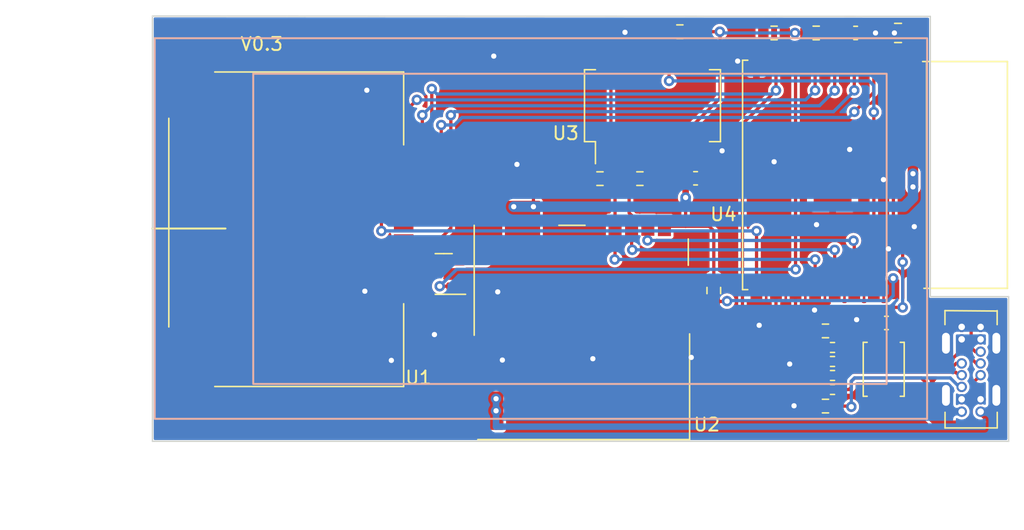
<source format=kicad_pcb>
(kicad_pcb (version 20211014) (generator pcbnew)
  (layers (0 "F.Cu" signal) (31 "B.Cu" signal) (34 "B.Paste" user) (35 "F.Paste" user) (36 "B.SilkS" user "B.Silkscreen") (37 "F.SilkS" user "F.Silkscreen") (38 "B.Mask" user) (39 "F.Mask" user) (44 "Edge.Cuts" user))
  (net 0 "")
  (net 1 "GND")
  (net 2 "/CHIP_PU")
  (net 3 "+3V3")
  (net 4 "VBUS")
  (net 5 "Net-(J1-PadA5)")
  (net 6 "Net-(J1-PadA6)")
  (net 7 "Net-(J1-PadA7)")
  (net 8 "Net-(J1-PadB5)")
  (net 9 "Net-(J1-PadB6)")
  (net 10 "Net-(J1-PadB7)")
  (net 11 "/TXD")
  (net 12 "/EPD_DC")
  (net 13 "/RXD")
  (net 14 "/EPD_BUSY")
  (net 15 "/IO2")
  (net 16 "/IO0")
  (net 18 "/EPD_RST")
  (net 19 "/FSPICS0")
  (net 20 "/FSPICLK")
  (net 21 "/FSPID")
  (net 22 "/CHRG")
  (net 23 "/ALRT")
  (net 24 "/EPD_PC")
  (net 27 "/I2C_SCL")
  (net 34 "/I2C_SDA")
  (net 36 "Net-(Q1-Pad3)")
  (footprint "Capacitor_SMD:C_0603_1608Metric" (layer "F.Cu") (at 189.1284 91.8718)
    (fp_text reference "C3" hide)
    (fp_text value "0.1uF")
    (fp_line (start -0.14058 0.51) (end 0.14058 0.51) (layer "F.SilkS") (width 0.12))
    (fp_line (start -0.14058 -0.51) (end 0.14058 -0.51) (layer "F.SilkS") (width 0.12))
    (pad "1" smd roundrect (at -0.775 0) (size 0.9 0.95) (layers "F.Cu" "F.Paste" "F.Mask") (net 3 "+3V3"))
    (pad "2" smd roundrect (at 0.775 0) (size 0.9 0.95) (layers "F.Cu" "F.Paste" "F.Mask") (net 1 "GND"))
  )
  (footprint "Resistor_SMD:R_0603_1608Metric" (layer "F.Cu") (at 190.5254 100.4824 -90)
    (fp_text reference "R4" hide)
    (fp_text value "10K")
    (fp_line (start -0.237258 -0.5225) (end 0.237258 -0.5225) (layer "F.SilkS") (width 0.12))
    (fp_line (start -0.237258 0.5225) (end 0.237258 0.5225) (layer "F.SilkS") (width 0.12))
    (pad "1" smd roundrect (at -0.825 0 270) (size 0.8 0.95) (layers "F.Cu" "F.Paste" "F.Mask") (net 3 "+3V3"))
    (pad "2" smd roundrect (at 0.825 0 270) (size 0.8 0.95) (layers "F.Cu" "F.Paste" "F.Mask") (net 22 "/CHRG"))
  )
  (footprint "Joke:TYPE-C-VERT" (layer "F.Cu") (at 210.25 106.525 90)
    (fp_text reference "J1" hide)
    (fp_text value "USB_C_Receptacle_USB2.0")
    (fp_line (start -4.5 -2) (end -3.302 -2) (layer "F.SilkS") (width 0.12))
    (fp_line (start 3.429 -2.0066) (end 4.5 -2.0066) (layer "F.SilkS") (width 0.12))
    (fp_line (start 3.429 1.9934) (end 4.5 1.9934) (layer "F.SilkS") (width 0.12))
    (fp_line (start -4.5 -2) (end -4.5 2) (layer "F.SilkS") (width 0.12))
    (fp_line (start 4.4704 1.9934) (end 4.5 -2.0066) (layer "F.SilkS") (width 0.12))
    (fp_line (start -4.5 2) (end -3.302 2) (layer "F.SilkS") (width 0.12))
    (pad "A1" thru_hole circle (at -3.25 -0.725 90) (size 0.8 0.8) (drill 0.5) (layers *.Cu *.Mask) (net 1 "GND"))
    (pad "A4" thru_hole circle (at -2.3 -0.725 90) (size 0.8 0.8) (drill 0.5) (layers *.Cu *.Mask) (net 4 "VBUS"))
    (pad "A5" thru_hole circle (at -1.35 -0.725 90) (size 0.8 0.8) (drill 0.5) (layers *.Cu *.Mask) (net 5 "Net-(J1-PadA5)"))
    (pad "A6" thru_hole circle (at -0.45 -0.725 90) (size 0.8 0.8) (drill 0.5) (layers *.Cu *.Mask) (net 6 "Net-(J1-PadA6)"))
    (pad "A7" thru_hole circle (at 0.45 -0.725 90) (size 0.8 0.8) (drill 0.5) (layers *.Cu *.Mask) (net 7 "Net-(J1-PadA7)"))
    (pad "A9" thru_hole circle (at 2.3 -0.725 90) (size 0.8 0.8) (drill 0.5) (layers *.Cu *.Mask) (net 4 "VBUS"))
    (pad "A12" thru_hole circle (at 3.25 -0.725 90) (size 0.8 0.8) (drill 0.5) (layers *.Cu *.Mask) (net 1 "GND"))
    (pad "B1" thru_hole circle (at 3.25 0.725 90) (size 0.8 0.8) (drill 0.5) (layers *.Cu *.Mask) (net 1 "GND"))
    (pad "B4" thru_hole circle (at 2.3 0.725 90) (size 0.8 0.8) (drill 0.5) (layers *.Cu *.Mask) (net 4 "VBUS"))
    (pad "B5" thru_hole circle (at 1.35 0.725 90) (size 0.8 0.8) (drill 0.5) (layers *.Cu *.Mask) (net 8 "Net-(J1-PadB5)"))
    (pad "B6" thru_hole circle (at 0.45 0.725 90) (size 0.8 0.8) (drill 0.5) (layers *.Cu *.Mask) (net 9 "Net-(J1-PadB6)"))
    (pad "B7" thru_hole circle (at -0.45 0.725 90) (size 0.8 0.8) (drill 0.5) (layers *.Cu *.Mask) (net 10 "Net-(J1-PadB7)"))
    (pad "B9" thru_hole circle (at -2.3 0.725 90) (size 0.8 0.8) (drill 0.5) (layers *.Cu *.Mask) (net 4 "VBUS"))
    (pad "B12" thru_hole circle (at -3.25 0.725 90) (size 0.8 0.8) (drill 0.5) (layers *.Cu *.Mask) (net 1 "GND"))
    (pad "S1" thru_hole oval (at -2 -1.93 90) (size 2 1) (drill oval 1.6 0.6) (layers *.Cu *.Mask) (net 1 "GND"))
    (pad "S1" thru_hole oval (at -2 1.93 90) (size 2 1) (drill oval 1.6 0.6) (layers *.Cu *.Mask) (net 1 "GND"))
    (pad "S1" thru_hole oval (at 2 1.93 90) (size 2 1) (drill oval 1.6 0.6) (layers *.Cu *.Mask) (net 1 "GND"))
    (pad "S1" thru_hole oval (at 2 -1.93 90) (size 2 1) (drill oval 1.6 0.6) (layers *.Cu *.Mask) (net 1 "GND"))
  )
  (footprint "Resistor_SMD:R_0402_1005Metric" (layer "F.Cu") (at 199.625 105.925 180)
    (fp_text reference "JP1" hide)
    (fp_text value "Jumper_2_Open")
    (fp_line (start -0.153641 0.38) (end 0.153641 0.38) (layer "F.SilkS") (width 0.12))
    (fp_line (start -0.153641 -0.38) (end 0.153641 -0.38) (layer "F.SilkS") (width 0.12))
    (pad "1" smd roundrect (at -0.51 0 180) (size 0.54 0.64) (layers "F.Cu" "F.Paste" "F.Mask") (net 7 "Net-(J1-PadA7)"))
    (pad "2" smd roundrect (at 0.51 0 180) (size 0.54 0.64) (layers "F.Cu" "F.Paste" "F.Mask") (net 11 "/TXD"))
  )
  (footprint "Capacitor_SMD:C_0603_1608Metric" (layer "F.Cu") (at 201.3966 80.7212 180)
    (fp_text reference "C2" hide)
    (fp_text value "1uF")
    (fp_line (start -0.14058 0.51) (end 0.14058 0.51) (layer "F.SilkS") (width 0.12))
    (fp_line (start -0.14058 -0.51) (end 0.14058 -0.51) (layer "F.SilkS") (width 0.12))
    (pad "1" smd roundrect (at -0.775 0 180) (size 0.9 0.95) (layers "F.Cu" "F.Paste" "F.Mask") (net 1 "GND"))
    (pad "2" smd roundrect (at 0.775 0 180) (size 0.9 0.95) (layers "F.Cu" "F.Paste" "F.Mask") (net 2 "/CHIP_PU"))
  )
  (footprint "Package_SO:SO-14_5.3x10.2mm_P1.27mm" (layer "F.Cu") (at 185.825 86.3 90)
    (fp_text reference "U3" (at -2.1174 -6.6534 180) (layer "F.SilkS"))
    (fp_text value "RX-8025T")
    (fp_line (start 2.76 5.21) (end 2.76 4.37) (layer "F.SilkS") (width 0.12))
    (fp_line (start 2.76 -5.21) (end 2.76 -4.37) (layer "F.SilkS") (width 0.12))
    (fp_line (start 0 5.21) (end -2.76 5.21) (layer "F.SilkS") (width 0.12))
    (fp_line (start 0 5.21) (end 2.76 5.21) (layer "F.SilkS") (width 0.12))
    (fp_line (start 0 -5.21) (end -2.76 -5.21) (layer "F.SilkS") (width 0.12))
    (fp_line (start -2.76 -4.37) (end -4.45 -4.37) (layer "F.SilkS") (width 0.12))
    (fp_line (start -2.76 -5.21) (end -2.76 -4.37) (layer "F.SilkS") (width 0.12))
    (fp_line (start -2.76 5.21) (end -2.76 4.37) (layer "F.SilkS") (width 0.12))
    (fp_line (start 0 -5.21) (end 2.76 -5.21) (layer "F.SilkS") (width 0.12))
    (pad "1" smd roundrect (at -3.4625 -3.81 90) (size 1.975 0.6) (layers "F.Cu" "F.Paste" "F.Mask"))
    (pad "2" smd roundrect (at -3.4625 -2.54 90) (size 1.975 0.6) (layers "F.Cu" "F.Paste" "F.Mask") (net 27 "/I2C_SCL"))
    (pad "3" smd roundrect (at -3.4625 -1.27 90) (size 1.975 0.6) (layers "F.Cu" "F.Paste" "F.Mask"))
    (pad "4" smd roundrect (at -3.4625 0 90) (size 1.975 0.6) (layers "F.Cu" "F.Paste" "F.Mask"))
    (pad "5" smd roundrect (at -3.4625 1.27 90) (size 1.975 0.6) (layers "F.Cu" "F.Paste" "F.Mask"))
    (pad "6" smd roundrect (at -3.4625 2.54 90) (size 1.975 0.6) (layers "F.Cu" "F.Paste" "F.Mask") (net 3 "+3V3"))
    (pad "7" smd roundrect (at -3.4625 3.81 90) (size 1.975 0.6) (layers "F.Cu" "F.Paste" "F.Mask") (net 1 "GND"))
    (pad "8" smd roundrect (at 3.4625 3.81 90) (size 1.975 0.6) (layers "F.Cu" "F.Paste" "F.Mask"))
    (pad "9" smd roundrect (at 3.4625 2.54 90) (size 1.975 0.6) (layers "F.Cu" "F.Paste" "F.Mask"))
    (pad "10" smd roundrect (at 3.4625 1.27 90) (size 1.975 0.6) (layers "F.Cu" "F.Paste" "F.Mask") (net 15 "/IO2"))
    (pad "11" smd roundrect (at 3.4625 0 90) (size 1.975 0.6) (layers "F.Cu" "F.Paste" "F.Mask") (net 1 "GND"))
    (pad "12" smd roundrect (at 3.4625 -1.27 90) (size 1.975 0.6) (layers "F.Cu" "F.Paste" "F.Mask"))
    (pad "13" smd roundrect (at 3.4625 -2.54 90) (size 1.975 0.6) (layers "F.Cu" "F.Paste" "F.Mask") (net 34 "/I2C_SDA"))
    (pad "14" smd roundrect (at 3.4625 -3.81 90) (size 1.975 0.6) (layers "F.Cu" "F.Paste" "F.Mask"))
  )
  (footprint "Resistor_SMD:R_0402_1005Metric" (layer "F.Cu") (at 199.625 108.075 180)
    (fp_text reference "JP2" hide)
    (fp_text value "Jumper_2_Open")
    (fp_line (start -0.153641 0.38) (end 0.153641 0.38) (layer "F.SilkS") (width 0.12))
    (fp_line (start -0.153641 -0.38) (end 0.153641 -0.38) (layer "F.SilkS") (width 0.12))
    (pad "1" smd roundrect (at -0.51 0 180) (size 0.54 0.64) (layers "F.Cu" "F.Paste" "F.Mask") (net 10 "Net-(J1-PadB7)"))
    (pad "2" smd roundrect (at 0.51 0 180) (size 0.54 0.64) (layers "F.Cu" "F.Paste" "F.Mask") (net 12 "/EPD_DC"))
  )
  (footprint "JAC:4056M" (layer "F.Cu") (at 174.9552 102.1334)
    (fp_text reference "U2" (at 15.0368 8.636 unlocked) (layer "F.SilkS"))
    (fp_text value "4056M")
    (fp_line (start 13.6144 -3.58775) (end 13.6144 -5.60705) (layer "F.SilkS") (width 0.12))
    (fp_line (start -2.794 1.778) (end -2.794 -6.6548) (layer "F.SilkS") (width 0.12))
    (fp_line (start 13.716 9.779) (end -2.5146 9.779) (layer "F.SilkS") (width 0.12))
    (fp_line (start 3.6957 -6.6548) (end 5.7023 -6.6548) (layer "F.SilkS") (width 0.12))
    (fp_line (start 13.716 1.6764) (end 13.716 9.779) (layer "F.SilkS") (width 0.12))
    (pad "1" smd rect (at -2.6416 7.5692) (size 1.6 2.3) (layers "F.Cu" "F.Paste" "F.Mask") (net 4 "VBUS"))
    (pad "2" smd rect (at -2.6416 3.7084) (size 1.6 2.3) (layers "F.Cu" "F.Paste" "F.Mask") (net 1 "GND"))
    (pad "3" smd rect (at 0.9144 -6.6802 90) (size 1.6 2.3) (layers "F.Cu" "F.Paste" "F.Mask") (net 3 "+3V3"))
    (pad "4" smd rect (at 8.001 -6.604) (size 1 1.5) (layers "F.Cu" "F.Paste" "F.Mask") (net 34 "/I2C_SDA"))
    (pad "5" smd rect (at 9.271 -6.604) (size 1 1.5) (layers "F.Cu" "F.Paste" "F.Mask") (net 27 "/I2C_SCL"))
    (pad "6" smd rect (at 10.5156 -6.604) (size 1 1.5) (layers "F.Cu" "F.Paste" "F.Mask") (net 23 "/ALRT"))
    (pad "7" smd rect (at 11.7856 -6.5786) (size 1 1.5) (layers "F.Cu" "F.Paste" "F.Mask") (net 3 "+3V3"))
    (pad "8" smd rect (at 13.6906 -2.0828 90) (size 1 1.5) (layers "F.Cu" "F.Paste" "F.Mask"))
    (pad "9" smd rect (at 13.6906 -0.8128 90) (size 1 1.5) (layers "F.Cu" "F.Paste" "F.Mask") (net 22 "/CHRG"))
  )
  (footprint "Resistor_SMD:R_0603_1608Metric" (layer "F.Cu") (at 184.8612 91.8972 180)
    (fp_text reference "R7" hide)
    (fp_text value "4.7K")
    (fp_line (start -0.237258 -0.5225) (end 0.237258 -0.5225) (layer "F.SilkS") (width 0.12))
    (fp_line (start -0.237258 0.5225) (end 0.237258 0.5225) (layer "F.SilkS") (width 0.12))
    (pad "1" smd roundrect (at -0.825 0 180) (size 0.8 0.95) (layers "F.Cu" "F.Paste" "F.Mask") (net 3 "+3V3"))
    (pad "2" smd roundrect (at 0.825 0 180) (size 0.8 0.95) (layers "F.Cu" "F.Paste" "F.Mask") (net 27 "/I2C_SCL"))
  )
  (footprint "Button_Switch_SMD:SW_Push_SPST_NO_Alps_SKRK" (layer "F.Cu") (at 203.55 106.525 90)
    (fp_text reference "SW1" hide)
    (fp_text value "BT0")
    (fp_line (start -2.07 -1.57) (end 2.07 -1.57) (layer "F.SilkS") (width 0.12))
    (fp_line (start -2.07 -1.27) (end -2.07 -1.57) (layer "F.SilkS") (width 0.12))
    (fp_line (start 2.07 1.57) (end -2.07 1.57) (layer "F.SilkS") (width 0.12))
    (fp_line (start -2.07 1.57) (end -2.07 1.27) (layer "F.SilkS") (width 0.12))
    (fp_line (start 2.07 1.27) (end 2.07 1.57) (layer "F.SilkS") (width 0.12))
    (fp_line (start 2.07 -1.57) (end 2.07 -1.27) (layer "F.SilkS") (width 0.12))
    (pad "1" smd roundrect (at -2.1 0 90) (size 0.8 2) (layers "F.Cu" "F.Paste" "F.Mask") (net 1 "GND"))
    (pad "2" smd roundrect (at 2.1 0 90) (size 0.8 2) (layers "F.Cu" "F.Paste" "F.Mask") (net 16 "/IO0"))
  )
  (footprint "JAC:ESP32-C3-WROOM-02" (layer "F.Cu") (at 204 91.65 -90)
    (fp_text reference "U4" (at 2.9904 12.738 unlocked) (layer "F.SilkS"))
    (fp_text value "ESP32-C3-WROOM-02")
    (fp_line (start -8.7364 -2.5312) (end -8.7364 -9.0312) (layer "F.SilkS") (width 0.12))
    (fp_line (start 8.6636 -9.0312) (end 8.6636 -2.6312) (layer "F.SilkS") (width 0.12))
    (fp_line (start 8.7636 11.2688) (end 8.7636 10.8688) (layer "F.SilkS") (width 0.12))
    (fp_line (start -8.8364 11.2688) (end -8.8364 10.8688) (layer "F.SilkS") (width 0.12))
    (fp_line (start -8.6364 -2.8312) (end 8.6636 -2.8312) (layer "F.SilkS") (width 0.12))
    (fp_line (start -8.7364 -9.0312) (end 8.6636 -9.0312) (layer "F.SilkS") (width 0.12))
    (fp_line (start -8.8364 11.2688) (end 8.7636 11.2688) (layer "F.SilkS") (width 0.12))
    (pad "1" smd rect (at -8.7564 -1.7912 270) (size 1.5 0.9) (layers "F.Cu" "F.Paste" "F.Mask") (net 3 "+3V3"))
    (pad "2" smd rect (at -8.7564 -0.2912 270) (size 1.5 0.9) (layers "F.Cu" "F.Paste" "F.Mask") (net 2 "/CHIP_PU"))
    (pad "3" smd rect (at -8.7564 1.2088 270) (size 1.5 0.9) (layers "F.Cu" "F.Paste" "F.Mask") (net 18 "/EPD_RST"))
    (pad "4" smd rect (at -8.7564 2.7088 270) (size 1.5 0.9) (layers "F.Cu" "F.Paste" "F.Mask") (net 14 "/EPD_BUSY"))
    (pad "5" smd rect (at -8.7564 4.2088 270) (size 1.5 0.9) (layers "F.Cu" "F.Paste" "F.Mask") (net 20 "/FSPICLK"))
    (pad "6" smd rect (at -8.7564 5.7088 270) (size 1.5 0.9) (layers "F.Cu" "F.Paste" "F.Mask") (net 21 "/FSPID"))
    (pad "7" smd rect (at -8.7564 7.2088 270) (size 1.5 0.9) (layers "F.Cu" "F.Paste" "F.Mask") (net 24 "/EPD_PC"))
    (pad "8" smd rect (at -8.7564 8.7088 270) (size 1.5 0.9) (layers "F.Cu" "F.Paste" "F.Mask") (net 12 "/EPD_DC"))
    (pad "9" smd rect (at -8.7564 10.2088 270) (size 1.5 0.9) (layers "F.Cu" "F.Paste" "F.Mask") (net 1 "GND"))
    (pad "10" smd rect (at 8.7436 10.2088 270) (size 1.5 0.9) (layers "F.Cu" "F.Paste" "F.Mask") (net 19 "/FSPICS0"))
    (pad "11" smd rect (at 8.7436 8.7088 270) (size 1.5 0.9) (layers "F.Cu" "F.Paste" "F.Mask") (net 13 "/RXD"))
    (pad "12" smd rect (at 8.7436 7.2088 270) (size 1.5 0.9) (layers "F.Cu" "F.Paste" "F.Mask") (net 11 "/TXD"))
    (pad "13" smd rect (at 8.7436 5.7088 270) (size 1.5 0.9) (layers "F.Cu" "F.Paste" "F.Mask") (net 34 "/I2C_SDA"))
    (pad "14" smd rect (at 8.7436 4.2088 270) (size 1.5 0.9) (layers "F.Cu" "F.Paste" "F.Mask") (net 27 "/I2C_SCL"))
    (pad "15" smd rect (at 8.7436 2.7088 270) (size 1.5 0.9) (layers "F.Cu" "F.Paste" "F.Mask") (net 23 "/ALRT"))
    (pad "16" smd rect (at 8.7436 1.2088 270) (size 1.5 0.9) (layers "F.Cu" "F.Paste" "F.Mask") (net 15 "/IO2"))
    (pad "17" smd rect (at 8.7436 -0.2912 270) (size 1.5 0.9) (layers "F.Cu" "F.Paste" "F.Mask") (net 22 "/CHRG"))
    (pad "18" smd rect (at 8.7436 -1.7912 270) (size 1.5 0.9) (layers "F.Cu" "F.Paste" "F.Mask") (net 16 "/IO0"))
    (pad "19" smd custom (at 0.8636 4.3688 270) (size 2.9 2.9) (layers "F.Cu" "F.Paste" "F.Mask") (net 1 "GND") (options (clearance outline) (anchor rect)) (primitives))
  )
  (footprint "Capacitor_SMD:C_0805_2012Metric" (layer "F.Cu") (at 204.6478 80.7212 180)
    (fp_text reference "C4" hide)
    (fp_text value "10uF")
    (fp_line (start -0.261252 -0.735) (end 0.261252 -0.735) (layer "F.SilkS") (width 0.12))
    (fp_line (start -0.261252 0.735) (end 0.261252 0.735) (layer "F.SilkS") (width 0.12))
    (pad "1" smd roundrect (at -0.95 0 180) (size 1 1.45) (layers "F.Cu" "F.Paste" "F.Mask") (net 3 "+3V3"))
    (pad "2" smd roundrect (at 0.95 0 180) (size 1 1.45) (layers "F.Cu" "F.Paste" "F.Mask") (net 1 "GND"))
  )
  (footprint "Resistor_SMD:R_0603_1608Metric" (layer "F.Cu") (at 199.0852 103.5812 180)
    (fp_text reference "R6" hide)
    (fp_text value "5.1K")
    (fp_line (start -0.237258 0.5225) (end 0.237258 0.5225) (layer "F.SilkS") (width 0.12))
    (fp_line (start -0.237258 -0.5225) (end 0.237258 -0.5225) (layer "F.SilkS") (width 0.12))
    (pad "1" smd roundrect (at -0.825 0 180) (size 0.8 0.95) (layers "F.Cu" "F.Paste" "F.Mask") (net 8 "Net-(J1-PadB5)"))
    (pad "2" smd roundrect (at 0.825 0 180) (size 0.8 0.95) (layers "F.Cu" "F.Paste" "F.Mask") (net 1 "GND"))
  )
  (footprint "Package_TO_SOT_SMD:SOT-23" (layer "F.Cu") (at 169.8244 99.2124 180)
    (fp_text reference "Q1" hide)
    (fp_text value "AO3401A")
    (fp_line (start 0 -1.56) (end -1.675 -1.56) (layer "F.SilkS") (width 0.12))
    (fp_line (start 0 -1.56) (end 0.65 -1.56) (layer "F.SilkS") (width 0.12))
    (fp_line (start 0 1.56) (end -0.65 1.56) (layer "F.SilkS") (width 0.12))
    (fp_line (start 0 1.56) (end 0.65 1.56) (layer "F.SilkS") (width 0.12))
    (pad "1" smd roundrect (at -0.9375 -0.95 180) (size 1.475 0.6) (layers "F.Cu" "F.Paste" "F.Mask") (net 24 "/EPD_PC"))
    (pad "2" smd roundrect (at -0.9375 0.95 180) (size 1.475 0.6) (layers "F.Cu" "F.Paste" "F.Mask") (net 3 "+3V3"))
    (pad "3" smd roundrect (at 0.9375 0 180) (size 1.475 0.6) (layers "F.Cu" "F.Paste" "F.Mask") (net 36 "Net-(Q1-Pad3)"))
  )
  (footprint "Resistor_SMD:R_0603_1608Metric" (layer "F.Cu") (at 187.925 80.625)
    (fp_text reference "R3" hide)
    (fp_text value "10K")
    (fp_line (start -0.237258 -0.5225) (end 0.237258 -0.5225) (layer "F.SilkS") (width 0.12))
    (fp_line (start -0.237258 0.5225) (end 0.237258 0.5225) (layer "F.SilkS") (width 0.12))
    (pad "1" smd roundrect (at -0.825 0) (size 0.8 0.95) (layers "F.Cu" "F.Paste" "F.Mask") (net 15 "/IO2"))
    (pad "2" smd roundrect (at 0.825 0) (size 0.8 0.95) (layers "F.Cu" "F.Paste" "F.Mask") (net 3 "+3V3"))
  )
  (footprint "Capacitor_SMD:C_0603_1608Metric" (layer "F.Cu") (at 203.7588 102.9716)
    (fp_text reference "C1" hide)
    (fp_text value "0.1u")
    (fp_line (start -0.14058 -0.51) (end 0.14058 -0.51) (layer "F.SilkS") (width 0.12))
    (fp_line (start -0.14058 0.51) (end 0.14058 0.51) (layer "F.SilkS") (width 0.12))
    (pad "1" smd roundrect (at -0.775 0) (size 0.9 0.95) (layers "F.Cu" "F.Paste" "F.Mask") (net 1 "GND"))
    (pad "2" smd roundrect (at 0.775 0) (size 0.9 0.95) (layers "F.Cu" "F.Paste" "F.Mask") (net 16 "/IO0"))
  )
  (footprint "Resistor_SMD:R_0603_1608Metric" (layer "F.Cu") (at 199.0852 109.347 180)
    (fp_text reference "R5" hide)
    (fp_text value "5.1K")
    (fp_line (start -0.237258 0.5225) (end 0.237258 0.5225) (layer "F.SilkS") (width 0.12))
    (fp_line (start -0.237258 -0.5225) (end 0.237258 -0.5225) (layer "F.SilkS") (width 0.12))
    (pad "1" smd roundrect (at -0.825 0 180) (size 0.8 0.95) (layers "F.Cu" "F.Paste" "F.Mask") (net 5 "Net-(J1-PadA5)"))
    (pad "2" smd roundrect (at 0.825 0 180) (size 0.8 0.95) (layers "F.Cu" "F.Paste" "F.Mask") (net 1 "GND"))
  )
  (footprint "Resistor_SMD:R_0603_1608Metric" (layer "F.Cu") (at 181.801 91.8972)
    (fp_text reference "R8" hide)
    (fp_text value "4.7K")
    (fp_line (start -0.237258 0.5225) (end 0.237258 0.5225) (layer "F.SilkS") (width 0.12))
    (fp_line (start -0.237258 -0.5225) (end 0.237258 -0.5225) (layer "F.SilkS") (width 0.12))
    (pad "1" smd roundrect (at -0.825 0) (size 0.8 0.95) (layers "F.Cu" "F.Paste" "F.Mask") (net 3 "+3V3"))
    (pad "2" smd roundrect (at 0.825 0) (size 0.8 0.95) (layers "F.Cu" "F.Paste" "F.Mask") (net 34 "/I2C_SDA"))
  )
  (footprint "Resistor_SMD:R_0603_1608Metric" (layer "F.Cu") (at 195.1482 80.7212 180)
    (fp_text reference "R2" hide)
    (fp_text value "10K")
    (fp_line (start -0.237258 0.5225) (end 0.237258 0.5225) (layer "F.SilkS") (width 0.12))
    (fp_line (start -0.237258 -0.5225) (end 0.237258 -0.5225) (layer "F.SilkS") (width 0.12))
    (pad "1" smd roundrect (at -0.825 0 180) (size 0.8 0.95) (layers "F.Cu" "F.Paste" "F.Mask") (net 3 "+3V3"))
    (pad "2" smd roundrect (at 0.825 0 180) (size 0.8 0.95) (layers "F.Cu" "F.Paste" "F.Mask") (net 24 "/EPD_PC"))
  )
  (footprint "JAC:EPDM" (layer "F.Cu") (at 161.675 95.4)
    (fp_text reference "U1" (at 6.219 11.7626 unlocked) (layer "F.SilkS"))
    (fp_text value "EPDM")
    (fp_line (start 5.08 12.446) (end -9.398 12.446) (layer "F.SilkS") (width 0.12))
    (fp_line (start 5.08 -6.096) (end 5.08 -11.684) (layer "F.SilkS") (width 0.12))
    (fp_line (start -12.92 -8.128) (end -12.92 7.874) (layer "F.SilkS") (width 0.12))
    (fp_line (start 5.08 -11.684) (end -9.398 -11.684) (layer "F.SilkS") (width 0.12))
    (fp_line (start 5.08 6.096) (end 5.08 12.446) (layer "F.SilkS") (width 0.12))
    (pad "1" smd rect locked (at 5.08 5.08) (size 1.5 1) (layers "F.Cu" "F.Paste" "F.Mask") (net 1 "GND"))
    (pad "2" smd rect locked (at 5.08 3.81) (size 1.5 1) (layers "F.Cu" "F.Paste" "F.Mask") (net 36 "Net-(Q1-Pad3)"))
    (pad "3" smd rect locked (at 5.08 2.54) (size 1.5 1) (layers "F.Cu" "F.Paste" "F.Mask"))
    (pad "4" smd rect locked (at 5.08 1.27) (size 1.5 1) (layers "F.Cu" "F.Paste" "F.Mask") (net 14 "/EPD_BUSY"))
    (pad "5" smd rect locked (at 5.08 0) (size 1.5 1) (layers "F.Cu" "F.Paste" "F.Mask") (net 18 "/EPD_RST"))
    (pad "6" smd rect locked (at 5.08 -1.27) (size 1.5 1) (layers "F.Cu" "F.Paste" "F.Mask") (net 12 "/EPD_DC"))
    (pad "7" smd rect locked (at 5.08 -2.54) (size 1.5 1) (layers "F.Cu" "F.Paste" "F.Mask") (net 19 "/FSPICS0"))
    (pad "8" smd rect locked (at 5.08 -3.81) (size 1.5 1) (layers "F.Cu" "F.Paste" "F.Mask") (net 20 "/FSPICLK"))
    (pad "9" smd rect locked (at 5.08 -5.08) (size 1.5 1) (layers "F.Cu" "F.Paste" "F.Mask") (net 21 "/FSPID"))
    (pad "10" smd rect locked (at -11.92 -10.58) (size 3.5 3.5) (layers "F.Cu" "F.Paste" "F.Mask") (net 1 "GND"))
    (pad "10" smd rect locked (at -11.938 11.43) (size 3.5 3.5) (layers "F.Cu" "F.Paste" "F.Mask") (net 1 "GND"))
  )
  (footprint "Resistor_SMD:R_0402_1005Metric" (layer "F.Cu") (at 199.625 107 180)
    (fp_text reference "JP3" hide)
    (fp_text value "Jumper_2_Open")
    (fp_line (start -0.153641 -0.38) (end 0.153641 -0.38) (layer "F.SilkS") (width 0.12))
    (fp_line (start -0.153641 0.38) (end 0.153641 0.38) (layer "F.SilkS") (width 0.12))
    (pad "1" smd roundrect (at -0.51 0 180) (size 0.54 0.64) (layers "F.Cu" "F.Paste" "F.Mask") (net 6 "Net-(J1-PadA6)"))
    (pad "2" smd roundrect (at 0.51 0 180) (size 0.54 0.64) (layers "F.Cu" "F.Paste" "F.Mask") (net 13 "/RXD"))
  )
  (footprint "Resistor_SMD:R_0603_1608Metric" (layer "F.Cu") (at 198.374 80.7212)
    (fp_text reference "R1" hide)
    (fp_text value "10K")
    (fp_line (start -0.237258 -0.5225) (end 0.237258 -0.5225) (layer "F.SilkS") (width 0.12))
    (fp_line (start -0.237258 0.5225) (end 0.237258 0.5225) (layer "F.SilkS") (width 0.12))
    (pad "1" smd roundrect (at -0.825 0) (size 0.8 0.95) (layers "F.Cu" "F.Paste" "F.Mask") (net 3 "+3V3"))
    (pad "2" smd roundrect (at 0.825 0) (size 0.8 0.95) (layers "F.Cu" "F.Paste" "F.Mask") (net 2 "/CHIP_PU"))
  )
  (footprint "Resistor_SMD:R_0402_1005Metric" (layer "F.Cu") (at 199.625 104.85 180)
    (fp_text reference "JP4" hide)
    (fp_text value "Jumper_2_Open")
    (fp_line (start -0.153641 -0.38) (end 0.153641 -0.38) (layer "F.SilkS") (width 0.12))
    (fp_line (start -0.153641 0.38) (end 0.153641 0.38) (layer "F.SilkS") (width 0.12))
    (pad "1" smd roundrect (at -0.51 0 180) (size 0.54 0.64) (layers "F.Cu" "F.Paste" "F.Mask") (net 9 "Net-(J1-PadB6)"))
    (pad "2" smd roundrect (at 0.51 0 180) (size 0.54 0.64) (layers "F.Cu" "F.Paste" "F.Mask") (net 2 "/CHIP_PU"))
  )
  (gr_rect locked (start 147.675 110.325) (end 206.875 81.125) (layer "B.SilkS") (width 0.15) (fill none))
  (gr_rect locked (start 155.225 83.85) (end 203.775 107.65) (layer "B.SilkS") (width 0.15) (fill none))
  (gr_line locked (start 147.475 95.725) (end 153.1 95.725) (layer "F.SilkS") (width 0.15))
  (gr_line (start 213.125 100.95) (end 213.125 112.05) (layer "Edge.Cuts") (width 0.1))
  (gr_line (start 207.125 79.45) (end 207.125 100.95) (layer "Edge.Cuts") (width 0.1))
  (gr_line (start 147.5 79.425) (end 207.125 79.45) (layer "Edge.Cuts") (width 0.1))
  (gr_line (start 147.5 112.05) (end 213.125 112.05) (layer "Edge.Cuts") (width 0.1))
  (gr_line (start 147.5 79.425) (end 147.5 95.725) (layer "Edge.Cuts") (width 0.1))
  (gr_line (start 147.5 95.725) (end 147.5 112.05) (layer "Edge.Cuts") (width 0.1))
  (gr_line (start 207.125 100.95) (end 213.125 100.95) (layer "Edge.Cuts") (width 0.1))
  (gr_text "V0.3" (at 155.875 81.575) (layer "F.SilkS") (effects (font (size 1 1))))
  (via (at 203.5302 91.9734) (size 0.8) (drill 0.4) (layers "F.Cu" "B.Cu") (net 1))
  (via (at 204.3684 80.7212) (size 0.8) (drill 0.4) (layers "F.Cu" "B.Cu") (net 1))
  (via (at 202.9206 80.7212) (size 0.8) (drill 0.4) (layers "F.Cu" "B.Cu") (net 1))
  (via (at 198.3994 95.4278) (size 0.8) (drill 0.4) (layers "F.Cu" "B.Cu") (net 1))
  (via (at 169.1132 103.8606) (size 0.8) (drill 0.4) (layers "F.Cu" "B.Cu") (net 1))
  (via (at 163.7792 100.5332) (size 0.8) (drill 0.4) (layers "F.Cu" "B.Cu") (net 1))
  (via (at 194.0052 103.1494) (size 0.8) (drill 0.4) (layers "F.Cu" "B.Cu") (net 1))
  (via (at 181.2544 105.7148) (size 0.8) (drill 0.4) (layers "F.Cu" "B.Cu") (net 1))
  (via (at 173.6598 82.4992) (size 0.8) (drill 0.4) (layers "F.Cu" "B.Cu") (net 1))
  (via (at 174.3202 105.8164) (size 0.8) (drill 0.4) (layers "F.Cu" "B.Cu") (net 1))
  (via (at 183.7182 80.6704) (size 0.8) (drill 0.4) (layers "F.Cu" "B.Cu") (net 1))
  (via (at 163.9316 85.1154) (size 0.8) (drill 0.4) (layers "F.Cu" "B.Cu") (net 1))
  (via (at 205.8924 95.5802) (size 0.8) (drill 0.4) (layers "F.Cu" "B.Cu") (net 1))
  (via (at 165.8112 105.8418) (size 0.8) (drill 0.4) (layers "F.Cu" "B.Cu") (net 1))
  (via (at 201.4728 102.7176) (size 0.8) (drill 0.4) (layers "F.Cu" "B.Cu") (net 1))
  (via (at 200.9394 89.662) (size 0.8) (drill 0.4) (layers "F.Cu" "B.Cu") (net 1))
  (via (at 188.7982 105.6132) (size 0.8) (drill 0.4) (layers "F.Cu" "B.Cu") (net 1))
  (via (at 192.3542 82.8802) (size 0.8) (drill 0.4) (layers "F.Cu" "B.Cu") (net 1))
  (via (at 195.1482 90.6018) (size 0.8) (drill 0.4) (layers "F.Cu" "B.Cu") (net 1))
  (via (at 175.4378 90.805) (size 0.8) (drill 0.4) (layers "F.Cu" "B.Cu") (net 1))
  (via (at 196.675 109.325) (size 0.8) (drill 0.4) (layers "F.Cu" "B.Cu") (net 1))
  (via (at 173.9646 100.584) (size 0.8) (drill 0.4) (layers "F.Cu" "B.Cu") (net 1))
  (via (at 203.9112 97.282) (size 0.8) (drill 0.4) (layers "F.Cu" "B.Cu") (net 1))
  (via (at 198.247 101.981) (size 0.8) (drill 0.4) (layers "F.Cu" "B.Cu") (net 1))
  (via (at 196.342 106.1212) (size 0.8) (drill 0.4) (layers "F.Cu" "B.Cu") (net 1))
  (via (at 191.1604 89.7636) (size 0.8) (drill 0.4) (layers "F.Cu" "B.Cu") (net 1))
  (segment (start 201.6884 81.788) (end 200.6216 80.7212) (width 0.25) (layer "F.Cu") (net 2))
  (segment (start 205.0034 101.7778) (end 205.0006 101.775) (width 0.25) (layer "F.Cu") (net 2))
  (segment (start 199.199 80.7212) (end 200.6216 80.7212) (width 0.25) (layer "F.Cu") (net 2))
  (segment (start 204.2912 95.6412) (end 204.2912 82.8936) (width 0.25) (layer "F.Cu") (net 2))
  (segment (start 199.115 102.3322) (end 199.115 104.85) (width 0.25) (layer "F.Cu") (net 2))
  (segment (start 205.0005 98.2995) (end 205.0005 96.3505) (width 0.25) (layer "F.Cu") (net 2))
  (segment (start 203.835 81.788) (end 201.6884 81.788) (width 0.25) (layer "F.Cu") (net 2))
  (segment (start 205.0005 96.3505) (end 204.2912 95.6412) (width 0.25) (layer "F.Cu") (net 2))
  (segment (start 205.0006 101.775) (end 199.6722 101.775) (width 0.25) (layer "F.Cu") (net 2))
  (segment (start 199.6722 101.775) (end 199.115 102.3322) (width 0.25) (layer "F.Cu") (net 2))
  (segment (start 204.2912 82.2442) (end 203.835 81.788) (width 0.25) (layer "F.Cu") (net 2))
  (segment (start 204.2912 82.8936) (end 204.2912 82.2442) (width 0.25) (layer "F.Cu") (net 2))
  (via (at 205.0034 101.7778) (size 0.8) (drill 0.4) (layers "F.Cu" "B.Cu") (net 2))
  (via (at 205.0005 98.2995) (size 0.8) (drill 0.4) (layers "F.Cu" "B.Cu") (net 2))
  (segment (start 205 101.7744) (end 205 98.3) (width 0.25) (layer "B.Cu") (net 2))
  (segment (start 205.0034 101.7778) (end 205 101.7744) (width 0.25) (layer "B.Cu") (net 2))
  (segment (start 205 98.3) (end 205.0005 98.2995) (width 0.25) (layer "B.Cu") (net 2))
  (segment (start 196.7484 80.7212) (end 197.549 80.7212) (width 0.25) (layer "F.Cu") (net 3))
  (segment (start 188.3664 95.5548) (end 188.3664 93.345) (width 0.25) (layer "F.Cu") (net 3))
  (segment (start 175.8571 95.4532) (end 173.0479 98.2624) (width 0.5) (layer "F.Cu") (net 3))
  (segment (start 188.3534 91.8718) (end 185.7116 91.8718) (width 0.25) (layer "F.Cu") (net 3))
  (segment (start 190.5254 95.9104) (end 190.5254 99.6574) (width 0.25) (layer "F.Cu") (net 3))
  (segment (start 176.7016 92.3352) (end 176.7016 94.05) (width 0.25) (layer "F.Cu") (net 3))
  (segment (start 190.1698 95.5548) (end 190.5254 95.9104) (width 0.25) (layer "F.Cu") (net 3))
  (segment (start 190.988 80.625) (end 188.75 80.625) (width 0.25) (layer "F.Cu") (net 3))
  (segment (start 175.8696 95.4532) (end 175.8571 95.4532) (width 0.5) (layer "F.Cu") (net 3))
  (segment (start 177.1396 91.8972) (end 176.7016 92.3352) (width 0.25) (layer "F.Cu") (net 3))
  (segment (start 186.7408 95.5548) (end 188.3664 95.5548) (width 0.25) (layer "F.Cu") (net 3))
  (segment (start 191.008 80.645) (end 191.008 85.725) (width 0.25) (layer "F.Cu") (net 3))
  (segment (start 205.7912 80.9146) (end 205.7912 82.8936) (width 0.8) (layer "F.Cu") (net 3))
  (segment (start 188.3664 95.5548) (end 190.1698 95.5548) (width 0.25) (layer "F.Cu") (net 3))
  (segment (start 173.0479 98.2624) (end 170.7619 98.2624) (width 0.5) (layer "F.Cu") (net 3))
  (segment (start 188.3664 93.345) (end 188.3664 89.7639) (width 0.5) (layer "F.Cu") (net 3))
  (segment (start 195.9732 80.7212) (end 196.7484 80.7212) (width 0.25) (layer "F.Cu") (net 3))
  (segment (start 205.7908 92.5322) (end 205.7912 92.5318) (width 0.8) (layer "F.Cu") (net 3))
  (segment (start 180.976 91.8972) (end 177.1396 91.8972) (width 0.25) (layer "F.Cu") (net 3))
  (segment (start 205.7912 80.9146) (end 205.5978 80.7212) (width 0.25) (layer "F.Cu") (net 3))
  (segment (start 188.365 88.368) (end 188.365 89.7625) (width 0.25) (layer "F.Cu") (net 3))
  (segment (start 205.7912 92.5318) (end 205.7912 82.8936) (width 0.8) (layer "F.Cu") (net 3))
  (segment (start 185.7116 91.8718) (end 185.6862 91.8972) (width 0.25) (layer "F.Cu") (net 3))
  (segment (start 191.008 85.725) (end 188.365 88.368) (width 0.25) (layer "F.Cu") (net 3))
  (segment (start 188.3664 89.7639) (end 188.365 89.7625) (width 0.5) (layer "F.Cu") (net 3))
  (segment (start 190.988 80.625) (end 191.008 80.645) (width 0.25) (layer "F.Cu") (net 3))
  (via (at 196.7484 80.7212) (size 0.8) (drill 0.4) (layers "F.Cu" "B.Cu") (net 3))
  (via (at 205.7908 92.5322) (size 0.8) (drill 0.4) (layers "F.Cu" "B.Cu") (net 3))
  (via (at 176.7016 94.05) (size 0.8) (drill 0.4) (layers "F.Cu" "B.Cu") (net 3))
  (via (at 205.7908 91.5162) (size 0.8) (drill 0.4) (layers "F.Cu" "B.Cu") (net 3))
  (via (at 190.988 80.625) (size 0.8) (drill 0.4) (layers "F.Cu" "B.Cu") (net 3))
  (via (at 188.3664 93.345) (size 0.8) (drill 0.4) (layers "F.Cu" "B.Cu") (net 3))
  (via (at 175.19 94.05) (size 0.8) (drill 0.4) (layers "F.Cu" "B.Cu") (net 3))
  (segment (start 188.3664 93.345) (end 188.3664 94.0336) (width 0.8) (layer "B.Cu") (net 3))
  (segment (start 196.7484 80.7212) (end 191.0842 80.7212) (width 0.25) (layer "B.Cu") (net 3))
  (segment (start 205.7908 93.3704) (end 205.7908 92.5322) (width 0.8) (layer "B.Cu") (net 3))
  (segment (start 188.35 94.05) (end 188.35 93.3614) (width 0.5) (layer "B.Cu") (net 3))
  (segment (start 205.1112 94.05) (end 205.7908 93.3704) (width 0.8) (layer "B.Cu") (net 3))
  (segment (start 188.35 94.05) (end 205.1112 94.05) (width 0.8) (layer "B.Cu") (net 3))
  (segment (start 205.7908 92.5322) (end 205.7908 91.5162) (width 0.8) (layer "B.Cu") (net 3))
  (segment (start 175.19 94.05) (end 188.35 94.05) (width 0.8) (layer "B.Cu") (net 3))
  (segment (start 191.0842 80.7212) (end 190.988 80.625) (width 0.25) (layer "B.Cu") (net 3))
  (via (at 173.8376 109.707149) (size 0.8) (drill 0.4) (layers "F.Cu" "B.Cu") (net 4))
  (via (at 173.8376 108.783651) (size 0.8) (drill 0.4) (layers "F.Cu" "B.Cu") (net 4))
  (segment (start 173.8376 109.707149) (end 173.8376 110.925) (width 0.5) (layer "B.Cu") (net 4))
  (segment (start 173.8376 110.925) (end 209.575 110.925) (width 0.5) (layer "B.Cu") (net 4))
  (segment (start 173.8376 108.783651) (end 173.8376 109.707149) (width 0.5) (layer "B.Cu") (net 4))
  (segment (start 201.0186 109.35) (end 199.925 109.35) (width 0.25) (layer "F.Cu") (net 5))
  (segment (start 201.0664 109.3978) (end 201.0186 109.35) (width 0.25) (layer "F.Cu") (net 5))
  (via (at 201.0664 109.3978) (size 0.8) (drill 0.4) (layers "F.Cu" "B.Cu") (net 5))
  (segment (start 201.0664 109.3978) (end 201.0664 107.442) (width 0.25) (layer "B.Cu") (net 5))
  (segment (start 201.3204 107.188) (end 208.649726 107.188) (width 0.25) (layer "B.Cu") (net 5))
  (segment (start 208.649726 107.188) (end 209.336726 107.875) (width 0.25) (layer "B.Cu") (net 5))
  (segment (start 201.0664 107.442) (end 201.3204 107.188) (width 0.25) (layer "B.Cu") (net 5))
  (segment (start 209.336726 107.875) (end 209.525 107.875) (width 0.25) (layer "B.Cu") (net 5))
  (segment (start 209.061396 106.75) (end 200.971 106.75) (width 0.25) (layer "F.Cu") (net 6))
  (segment (start 200.971 106.75) (end 200.721 107) (width 0.25) (layer "F.Cu") (net 6))
  (segment (start 209.286396 106.975) (end 209.061396 106.75) (width 0.25) (layer "F.Cu") (net 6))
  (segment (start 209.525 106.975) (end 209.286396 106.975) (width 0.25) (layer "F.Cu") (net 6))
  (segment (start 200.721 107) (end 200.135 107) (width 0.25) (layer "F.Cu") (net 6))
  (segment (start 208.875 106.3) (end 201.1182 106.3) (width 0.25) (layer "F.Cu") (net 7))
  (segment (start 200.7432 105.925) (end 200.135 105.925) (width 0.25) (layer "F.Cu") (net 7))
  (segment (start 209.1 106.075) (end 208.875 106.3) (width 0.25) (layer "F.Cu") (net 7))
  (segment (start 209.525 106.075) (end 209.1 106.075) (width 0.25) (layer "F.Cu") (net 7))
  (segment (start 201.1182 106.3) (end 200.7432 105.925) (width 0.25) (layer "F.Cu") (net 7))
  (segment (start 210.575 105.175) (end 210.25 104.85) (width 0.25) (layer "F.Cu") (net 8))
  (segment (start 209.825305 102.55) (end 207.3554 102.55) (width 0.25) (layer "F.Cu") (net 8))
  (segment (start 201.9046 105.3338) (end 201.6252 105.0544) (width 0.25) (layer "F.Cu") (net 8))
  (segment (start 207.3554 102.55) (end 206.8576 103.0478) (width 0.25) (layer "F.Cu") (net 8))
  (segment (start 201.6252 103.9622) (end 201.2442 103.5812) (width 0.25) (layer "F.Cu") (net 8))
  (segment (start 206.5782 105.3338) (end 201.9046 105.3338) (width 0.25) (layer "F.Cu") (net 8))
  (segment (start 201.2442 103.5812) (end 199.9102 103.5812) (width 0.25) (layer "F.Cu") (net 8))
  (segment (start 210.25 104.85) (end 210.25 102.974695) (width 0.25) (layer "F.Cu") (net 8))
  (segment (start 206.8576 105.0544) (end 206.5782 105.3338) (width 0.25) (layer "F.Cu") (net 8))
  (segment (start 206.8576 103.0478) (end 206.8576 105.0544) (width 0.25) (layer "F.Cu") (net 8))
  (segment (start 201.6252 105.0544) (end 201.6252 103.9622) (width 0.25) (layer "F.Cu") (net 8))
  (segment (start 210.975 105.175) (end 210.575 105.175) (width 0.25) (layer "F.Cu") (net 8))
  (segment (start 210.25 102.974695) (end 209.825305 102.55) (width 0.25) (layer "F.Cu") (net 8))
  (segment (start 209.925 105.35) (end 210.65 106.075) (width 0.25) (layer "F.Cu") (net 9))
  (segment (start 200.135 104.85) (end 200.8874 104.85) (width 0.25) (layer "F.Cu") (net 9))
  (segment (start 200.8874 104.85) (end 201.0664 105.029) (width 0.25) (layer "F.Cu") (net 9))
  (segment (start 201.0664 105.611804) (end 201.304596 105.85) (width 0.25) (layer "F.Cu") (net 9))
  (segment (start 201.0664 105.029) (end 201.0664 105.611804) (width 0.25) (layer "F.Cu") (net 9))
  (segment (start 210.65 106.075) (end 210.975 106.075) (width 0.25) (layer "F.Cu") (net 9))
  (segment (start 209.188604 105.35) (end 209.925 105.35) (width 0.25) (layer "F.Cu") (net 9))
  (segment (start 201.304596 105.85) (end 208.688604 105.85) (width 0.25) (layer "F.Cu") (net 9))
  (segment (start 208.688604 105.85) (end 209.188604 105.35) (width 0.25) (layer "F.Cu") (net 9))
  (segment (start 209.750305 110.575) (end 207.3236 110.575) (width 0.25) (layer "F.Cu") (net 10))
  (segment (start 201.0664 107.442) (end 201.0664 107.8992) (width 0.25) (layer "F.Cu") (net 10))
  (segment (start 206.756 110.0074) (end 206.756 107.5182) (width 0.25) (layer "F.Cu") (net 10))
  (segment (start 210.975 106.975) (end 210.25 107.7) (width 0.25) (layer "F.Cu") (net 10))
  (segment (start 207.3236 110.575) (end 206.756 110.0074) (width 0.25) (layer "F.Cu") (net 10))
  (segment (start 201.0664 107.8992) (end 200.8886 108.077) (width 0.25) (layer "F.Cu") (net 10))
  (segment (start 200.137 108.077) (end 200.135 108.075) (width 0.25) (layer "F.Cu") (net 10))
  (segment (start 206.4378 107.2) (end 201.3084 107.2) (width 0.25) (layer "F.Cu") (net 10))
  (segment (start 206.756 107.5182) (end 206.4378 107.2) (width 0.25) (layer "F.Cu") (net 10))
  (segment (start 210.25 110.075305) (end 209.750305 110.575) (width 0.25) (layer "F.Cu") (net 10))
  (segment (start 201.3084 107.2) (end 201.0664 107.442) (width 0.25) (layer "F.Cu") (net 10))
  (segment (start 210.25 107.7) (end 210.25 110.075305) (width 0.25) (layer "F.Cu") (net 10))
  (segment (start 200.8886 108.077) (end 200.137 108.077) (width 0.25) (layer "F.Cu") (net 10))
  (segment (start 196.7912 100.3936) (end 196.7912 105.3766) (width 0.25) (layer "F.Cu") (net 11))
  (segment (start 196.7912 105.3766) (end 197.3396 105.925) (width 0.25) (layer "F.Cu") (net 11))
  (segment (start 197.3396 105.925) (end 199.115 105.925) (width 0.25) (layer "F.Cu") (net 11))
  (segment (start 193.3682 108.075) (end 199.115 108.075) (width 0.25) (layer "F.Cu") (net 12))
  (segment (start 195.2912 85.1314) (end 192.7228 87.6998) (width 0.25) (layer "F.Cu") (net 12))
  (segment (start 168.91 93.6498) (end 168.4298 94.13) (width 0.25) (layer "F.Cu") (net 12))
  (segment (start 168.91 85.0138) (end 168.91 93.6498) (width 0.25) (layer "F.Cu") (net 12))
  (segment (start 168.4298 94.13) (end 166.755 94.13) (width 0.25) (layer "F.Cu") (net 12))
  (segment (start 195.2912 85.1314) (end 195.2912 82.8936) (width 0.25) (layer "F.Cu") (net 12))
  (segment (start 192.7228 107.4296) (end 193.3682 108.075) (width 0.25) (layer "F.Cu") (net 12))
  (segment (start 192.7228 87.6998) (end 192.7228 107.4296) (width 0.25) (layer "F.Cu") (net 12))
  (via (at 195.2912 85.1314) (size 0.8) (drill 0.4) (layers "F.Cu" "B.Cu") (net 12))
  (via (at 168.91 85.0138) (size 0.8) (drill 0.4) (layers "F.Cu" "B.Cu") (net 12))
  (segment (start 195.0162 85.4064) (end 195.2912 85.1314) (width 0.25) (layer "B.Cu") (net 12))
  (segment (start 169.3026 85.4064) (end 195.0162 85.4064) (width 0.25) (layer "B.Cu") (net 12))
  (segment (start 168.91 85.0138) (end 169.3026 85.4064) (width 0.25) (layer "B.Cu") (net 12))
  (segment (start 195.2912 106.315) (end 195.9762 107) (width 0.25) (layer "F.Cu") (net 13))
  (segment (start 195.2912 100.3936) (end 195.2912 106.315) (width 0.25) (layer "F.Cu") (net 13))
  (segment (start 195.9762 107) (end 199.115 107) (width 0.25) (layer "F.Cu") (net 13))
  (segment (start 169.395 96.67) (end 166.755 96.67) (width 0.25) (layer "F.Cu") (net 14))
  (segment (start 201.295 85.1251) (end 201.295 82.8974) (width 0.25) (layer "F.Cu") (net 14))
  (segment (start 170.3711 87.0309) (end 170.3711 95.6939) (width 0.25) (layer "F.Cu") (net 14))
  (segment (start 201.295 82.8974) (end 201.2912 82.8936) (width 0.25) (layer "F.Cu") (net 14))
  (segment (start 170.3711 95.6939) (end 169.395 96.67) (width 0.25) (layer "F.Cu") (net 14))
  (via (at 201.295 85.1251) (size 0.8) (drill 0.4) (layers "F.Cu" "B.Cu") (net 14))
  (via (at 170.3711 87.0309) (size 0.8) (drill 0.4) (layers "F.Cu" "B.Cu") (net 14))
  (segment (start 199.7048 86.7564) (end 201.295 85.1662) (width 0.25) (layer "B.Cu") (net 14))
  (segment (start 170.3711 87.0309) (end 170.6456 86.7564) (width 0.25) (layer "B.Cu") (net 14))
  (segment (start 170.6456 86.7564) (end 199.7048 86.7564) (width 0.25) (layer "B.Cu") (net 14))
  (segment (start 201.295 85.1662) (end 201.295 85.1251) (width 0.25) (layer "B.Cu") (net 14))
  (segment (start 187.095 80.63) (end 187.1 80.625) (width 0.25) (layer "F.Cu") (net 15))
  (segment (start 202.7912 86.7942) (end 202.7912 100.3936) (width 0.25) (layer "F.Cu") (net 15))
  (segment (start 187.095 82.8375) (end 187.095 80.63) (width 0.25) (layer "F.Cu") (net 15))
  (segment (start 187.1 84.4006) (end 187.1 82.8425) (width 0.25) (layer "F.Cu") (net 15))
  (segment (start 187.1 82.8425) (end 187.095 82.8375) (width 0.25) (layer "F.Cu") (net 15))
  (via (at 187.1 84.4006) (size 0.8) (drill 0.4) (layers "F.Cu" "B.Cu") (net 15))
  (via (at 202.7912 86.7942) (size 0.8) (drill 0.4) (layers "F.Cu" "B.Cu") (net 15))
  (segment (start 202.4344 84.4006) (end 202.7912 84.7574) (width 0.25) (layer "B.Cu") (net 15))
  (segment (start 187.1 84.4006) (end 202.4344 84.4006) (width 0.25) (layer "B.Cu") (net 15))
  (segment (start 202.7912 84.7574) (end 202.7912 86.7942) (width 0.25) (layer "B.Cu") (net 15))
  (segment (start 203.55 104.425) (end 204.0072 104.425) (width 0.25) (layer "F.Cu") (net 16))
  (segment (start 204.0072 104.425) (end 204.5338 103.8984) (width 0.25) (layer "F.Cu") (net 16))
  (segment (start 205.486 102.9716) (end 204.5338 102.9716) (width 0.25) (layer "F.Cu") (net 16))
  (segment (start 205.7912 102.6664) (end 205.486 102.9716) (width 0.25) (layer "F.Cu") (net 16))
  (segment (start 204.0326 104.425) (end 203.55 104.425) (width 0.25) (layer "F.Cu") (net 16))
  (segment (start 205.7912 100.3936) (end 205.7912 102.6664) (width 0.25) (layer "F.Cu") (net 16))
  (segment (start 204.5338 103.8984) (end 204.5338 102.9716) (width 0.25) (layer "F.Cu") (net 16))
  (segment (start 169.0648 95.4) (end 166.755 95.4) (width 0.25) (layer "F.Cu") (net 18))
  (segment (start 202.7912 85.278798) (end 201.299299 86.770699) (width 0.25) (layer "F.Cu") (net 18))
  (segment (start 169.6345 94.8303) (end 169.0648 95.4) (width 0.25) (layer "F.Cu") (net 18))
  (segment (start 202.7912 82.8936) (end 202.7912 85.278798) (width 0.25) (layer "F.Cu") (net 18))
  (segment (start 169.6345 87.7824) (end 169.6345 94.8303) (width 0.25) (layer "F.Cu") (net 18))
  (via (at 201.299299 86.770699) (size 0.8) (drill 0.4) (layers "F.Cu" "B.Cu") (net 18))
  (via (at 169.6345 87.7824) (size 0.8) (drill 0.4) (layers "F.Cu" "B.Cu") (net 18))
  (segment (start 171.220905 87.2064) (end 200.863598 87.2064) (width 0.25) (layer "B.Cu") (net 18))
  (segment (start 169.6345 87.7824) (end 170.644905 87.7824) (width 0.25) (layer "B.Cu") (net 18))
  (segment (start 200.863598 87.2064) (end 201.299299 86.770699) (width 0.25) (layer "B.Cu") (net 18))
  (segment (start 170.644905 87.7824) (end 171.220905 87.2064) (width 0.25) (layer "B.Cu") (net 18))
  (segment (start 165.0492 95.9104) (end 165.0492 93.1926) (width 0.25) (layer "F.Cu") (net 19))
  (segment (start 193.802 100.3828) (end 193.7912 100.3936) (width 0.25) (layer "F.Cu") (net 19))
  (segment (start 165.3818 92.86) (end 166.755 92.86) (width 0.25) (layer "F.Cu") (net 19))
  (segment (start 165.0492 93.1926) (end 165.3818 92.86) (width 0.25) (layer "F.Cu") (net 19))
  (segment (start 193.802 95.9104) (end 193.802 100.3828) (width 0.25) (layer "F.Cu") (net 19))
  (via (at 165.0492 95.9104) (size 0.8) (drill 0.4) (layers "F.Cu" "B.Cu") (net 19))
  (via (at 193.802 95.9104) (size 0.8) (drill 0.4) (layers "F.Cu" "B.Cu") (net 19))
  (segment (start 165.0509 95.9087) (end 165.0492 95.9104) (width 0.25) (layer "B.Cu") (net 19))
  (segment (start 193.8003 95.9087) (end 165.0509 95.9087) (width 0.25) (layer "B.Cu") (net 19))
  (segment (start 193.802 95.9104) (end 193.8003 95.9087) (width 0.25) (layer "B.Cu") (net 19))
  (segment (start 199.7912 85.1356) (end 199.7912 82.8936) (width 0.25) (layer "F.Cu") (net 20))
  (segment (start 168.1855 91.3009) (end 167.8964 91.59) (width 0.25) (layer "F.Cu") (net 20))
  (segment (start 167.8964 91.59) (end 166.755 91.59) (width 0.25) (layer "F.Cu") (net 20))
  (segment (start 168.1855 87.0204) (end 168.1855 91.3009) (width 0.25) (layer "F.Cu") (net 20))
  (via (at 199.7912 85.1356) (size 0.8) (drill 0.4) (layers "F.Cu" "B.Cu") (net 20))
  (via (at 168.1855 87.0204) (size 0.8) (drill 0.4) (layers "F.Cu" "B.Cu") (net 20))
  (segment (start 168.8995 86.3064) (end 198.6204 86.3064) (width 0.25) (layer "B.Cu") (net 20))
  (segment (start 168.1855 87.0204) (end 168.8995 86.3064) (width 0.25) (layer "B.Cu") (net 20))
  (segment (start 198.6204 86.3064) (end 199.7912 85.1356) (width 0.25) (layer "B.Cu") (net 20))
  (segment (start 167.1574 89.9176) (end 166.755 90.32) (width 0.25) (layer "F.Cu") (net 21))
  (segment (start 198.2912 85.1251) (end 198.2912 82.8936) (width 0.25) (layer "F.Cu") (net 21))
  (segment (start 167.767 85.852) (end 167.1574 86.4616) (width 0.25) (layer "F.Cu") (net 21))
  (segment (start 167.1574 86.4616) (end 167.1574 89.9176) (width 0.25) (layer "F.Cu") (net 21))
  (via (at 167.767 85.852) (size 0.8) (drill 0.4) (layers "F.Cu" "B.Cu") (net 21))
  (via (at 198.2912 85.1251) (size 0.8) (drill 0.4) (layers "F.Cu" "B.Cu") (net 21))
  (segment (start 167.7714 85.8564) (end 197.5599 85.8564) (width 0.25) (layer "B.Cu") (net 21))
  (segment (start 197.5599 85.8564) (end 198.2912 85.1251) (width 0.25) (layer "B.Cu") (net 21))
  (segment (start 167.767 85.852) (end 167.7714 85.8564) (width 0.25) (layer "B.Cu") (net 21))
  (segment (start 204.275 99.55) (end 204.275 100.3774) (width 0.25) (layer "F.Cu") (net 22))
  (segment (start 204.275 100.3774) (end 204.2912 100.3936) (width 0.25) (layer "F.Cu") (net 22))
  (segment (start 191.516 101.3206) (end 188.6458 101.3206) (width 0.25) (layer "F.Cu") (net 22))
  (segment (start 191.5414 101.2952) (end 191.516 101.3206) (width 0.25) (layer "F.Cu") (net 22))
  (via (at 191.5414 101.2952) (size 0.8) (drill 0.4) (layers "F.Cu" "B.Cu") (net 22))
  (via (at 204.275 99.55) (size 0.8) (drill 0.4) (layers "F.Cu" "B.Cu") (net 22))
  (segment (start 191.5806 101.256) (end 191.5414 101.2952) (width 0.25) (layer "B.Cu") (net 22))
  (segment (start 204.275 99.55) (end 204.275 100.8806) (width 0.25) (layer "B.Cu") (net 22))
  (segment (start 204.275 100.8806) (end 203.8996 101.256) (width 0.25) (layer "B.Cu") (net 22))
  (segment (start 203.8996 101.256) (end 191.5806 101.256) (width 0.25) (layer "B.Cu") (net 22))
  (segment (start 185.4454 96.6337) (end 185.4708 96.6083) (width 0.25) (layer "F.Cu") (net 23))
  (segment (start 201.2912 96.7194) (end 201.2912 100.3936) (width 0.25) (layer "F.Cu") (net 23))
  (segment (start 201.2315 96.6597) (end 201.2912 96.7194) (width 0.25) (layer "F.Cu") (net 23))
  (segment (start 185.4708 96.6083) (end 185.4708 95.5294) (width 0.25) (layer "F.Cu") (net 23))
  (via (at 201.2315 96.6597) (size 0.8) (drill 0.4) (layers "F.Cu" "B.Cu") (net 23))
  (via (at 185.4454 96.6337) (size 0.8) (drill 0.4) (layers "F.Cu" "B.Cu") (net 23))
  (segment (start 185.4501 96.6384) (end 201.2102 96.6384) (width 0.25) (layer "B.Cu") (net 23))
  (segment (start 185.4454 96.6337) (end 185.4501 96.6384) (width 0.25) (layer "B.Cu") (net 23))
  (segment (start 201.2102 96.6384) (end 201.2315 96.6597) (width 0.25) (layer "B.Cu") (net 23))
  (segment (start 196.5198 81.6864) (end 194.691 81.6864) (width 0.25) (layer "F.Cu") (net 24))
  (segment (start 196.7912 82.8936) (end 196.7912 81.9578) (width 0.25) (layer "F.Cu") (net 24))
  (segment (start 196.7912 81.9578) (end 196.5198 81.6864) (width 0.25) (layer "F.Cu") (net 24))
  (segment (start 194.3232 81.3186) (end 194.3232 80.7212) (width 0.25) (layer "F.Cu") (net 24))
  (segment (start 196.7912 98.8488) (end 196.7992 98.8568) (width 0.25) (layer "F.Cu") (net 24))
  (segment (start 169.5196 100.1522) (end 170.7517 100.1522) (width 0.25) (layer "F.Cu") (net 24))
  (segment (start 194.691 81.6864) (end 194.3232 81.3186) (width 0.25) (layer "F.Cu") (net 24))
  (segment (start 196.7912 82.8936) (end 196.7912 98.8488) (width 0.25) (layer "F.Cu") (net 24))
  (segment (start 170.7517 100.1522) (end 170.7619 100.1624) (width 0.25) (layer "F.Cu") (net 24))
  (via (at 169.5196 100.1522) (size 0.8) (drill 0.4) (layers "F.Cu" "B.Cu") (net 24))
  (via (at 196.7992 98.8568) (size 0.8) (drill 0.4) (layers "F.Cu" "B.Cu") (net 24))
  (segment (start 196.7992 98.8568) (end 170.815 98.8568) (width 0.25) (layer "B.Cu") (net 24))
  (segment (start 170.815 98.8568) (end 169.5196 100.1522) (width 0.25) (layer "B.Cu") (net 24))
  (segment (start 184.2262 95.5294) (end 184.2262 94.7166) (width 0.25) (layer "F.Cu") (net 27))
  (segment (start 184.0362 91.3262) (end 184.0362 91.8972) (width 0.25) (layer "F.Cu") (net 27))
  (segment (start 199.7912 97.3634) (end 199.7912 100.3936) (width 0.25) (layer "F.Cu") (net 27))
  (segment (start 183.285 90.575) (end 184.0362 91.3262) (width 0.25) (layer "F.Cu") (net 27))
  (segment (start 184.277 97.3582) (end 184.2262 97.3074) (width 0.25) (layer "F.Cu") (net 27))
  (segment (start 184.2262 94.7166) (end 184.0362 94.5266) (width 0.25) (layer "F.Cu") (net 27))
  (segment (start 184.2262 97.3074) (end 184.2262 95.5294) (width 0.25) (layer "F.Cu") (net 27))
  (segment (start 184.0362 94.5266) (end 184.0362 91.8972) (width 0.25) (layer "F.Cu") (net 27))
  (via (at 184.277 97.3582) (size 0.8) (drill 0.4) (layers "F.Cu" "B.Cu") (net 27))
  (via (at 199.7912 97.3634) (size 0.8) (drill 0.4) (layers "F.Cu" "B.Cu") (net 27))
  (segment (start 199.786 97.3582) (end 199.7912 97.3634) (width 0.25) (layer "B.Cu") (net 27))
  (segment (start 184.277 97.3582) (end 199.786 97.3582) (width 0.25) (layer "B.Cu") (net 27))
  (segment (start 182.9562 98.0756) (end 182.9562 95.5294) (width 0.25) (layer "F.Cu") (net 34))
  (segment (start 183.285 84.2278) (end 183.285 82.8375) (width 0.25) (layer "F.Cu") (net 34))
  (segment (start 182.64 84.8728) (end 183.285 84.2278) (width 0.25) (layer "F.Cu") (net 34))
  (segment (start 198.2912 98.1014) (end 198.2912 100.3936) (width 0.25) (layer "F.Cu") (net 34))
  (segment (start 182.9308 98.101) (end 182.9562 98.0756) (width 0.25) (layer "F.Cu") (net 34))
  (segment (start 182.64 91.8832) (end 182.64 84.8728) (width 0.25) (layer "F.Cu") (net 34))
  (segment (start 182.9562 92.2274) (end 182.9562 95.5294) (width 0.25) (layer "F.Cu") (net 34))
  (segment (start 182.626 91.8972) (end 182.9562 92.2274) (width 0.25) (layer "F.Cu") (net 34))
  (segment (start 182.626 91.8972) (end 182.64 91.8832) (width 0.25) (layer "F.Cu") (net 34))
  (via (at 198.2912 98.1014) (size 0.8) (drill 0.4) (layers "F.Cu" "B.Cu") (net 34))
  (via (at 182.9308 98.101) (size 0.8) (drill 0.4) (layers "F.Cu" "B.Cu") (net 34))
  (segment (start 182.937 98.0948) (end 198.2846 98.0948) (width 0.25) (layer "B.Cu") (net 34))
  (segment (start 198.2846 98.0948) (end 198.2912 98.1014) (width 0.25) (layer "B.Cu") (net 34))
  (segment (start 182.9308 98.101) (end 182.937 98.0948) (width 0.25) (layer "B.Cu") (net 34))
  (segment (start 168.0074 99.2124) (end 168.005 99.21) (width 0.5) (layer "F.Cu") (net 36))
  (segment (start 168.005 99.21) (end 166.755 99.21) (width 0.5) (layer "F.Cu") (net 36))
  (segment (start 168.8869 99.2124) (end 168.0074 99.2124) (width 0.5) (layer "F.Cu") (net 36))
  (zone (net 3) (net_name "+3V3") (layer "F.Cu") (priority 1) (connect_pads yes (clearance 0.1)) (min_thickness 0.15) (fill yes (thermal_gap 0.508) (thermal_bridge_width 0.508))
    (polygon (pts (xy 177.2158 96.647) (xy 174.5158 96.647) (xy 174.5158 93.597) (xy 177.2158 93.597)))
  )
  (zone (net 1) (net_name "GND") (layer "F.Cu") (connect_pads (clearance 0.2)) (min_thickness 0.2) (fill yes (thermal_gap 0.508) (thermal_bridge_width 0.508))
    (polygon (pts (xy 207.125 79.45) (xy 207.125 100.95) (xy 213.125 100.95) (xy 213.125 112.05) (xy 147.5 112.025) (xy 147.5 79.425)))
  )
  (zone (net 4) (net_name "VBUS") (layer "F.Cu") (priority 1) (connect_pads yes (clearance 0.1)) (min_thickness 0.15) (fill yes (thermal_gap 0.508) (thermal_bridge_width 0.508))
    (polygon (pts (xy 174.4016 111.175) (xy 171.5016 111.175) (xy 171.5266 108.225) (xy 174.4016 108.225)))
  )
  (zone (net 4) (net_name "VBUS") (layer "B.Cu") (priority 1) (connect_pads yes (clearance 0.2)) (min_thickness 0.15) (fill yes (thermal_gap 0.508) (thermal_bridge_width 0.508))
    (polygon (pts (xy 211.375 111.175) (xy 209.075 111.175) (xy 209.0875 106.525) (xy 209.075 103.85) (xy 211.375 103.85)))
  )
  (zone (net 1) (net_name "GND") (layer "B.Cu") (connect_pads yes (clearance 0.1)) (min_thickness 0.15) (fill yes (thermal_gap 0.508) (thermal_bridge_width 0.508))
    (polygon (pts (xy 207.175 79.5) (xy 207.125 100.95) (xy 213.125 100.95) (xy 213.125 112.05) (xy 147.5 112) (xy 147.5 79.425)))
  )
)
</source>
